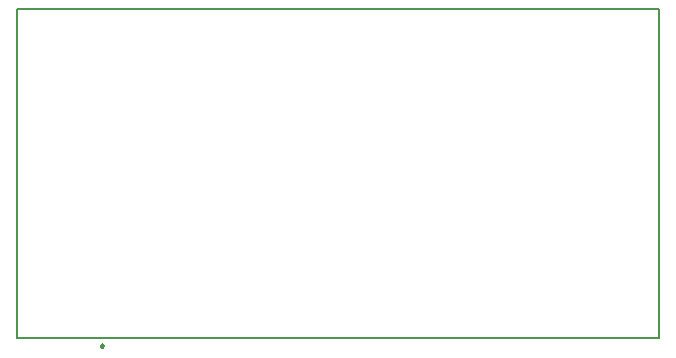
<source format=gbr>
%TF.GenerationSoftware,Altium Limited,Altium Designer,21.5.1 (32)*%
G04 Layer_Color=16711935*
%FSLAX45Y45*%
%MOMM*%
%TF.SameCoordinates,FC71FE03-DF86-4C59-A4B4-F3CCB041565B*%
%TF.FilePolarity,Positive*%
%TF.FileFunction,Other,Mechanical_13*%
%TF.Part,Single*%
G01*
G75*
%TA.AperFunction,NonConductor*%
%ADD32C,0.12700*%
%ADD33C,0.28000*%
D32*
X6822700Y4612100D02*
Y7402100D01*
X12262700D01*
Y4612100D02*
Y7402100D01*
X6822700Y4612100D02*
X12262700D01*
D33*
X7561700Y4547100D02*
G03*
X7561700Y4547100I-14000J0D01*
G01*
%TF.MD5,ea57c8b6d2508102dfe0e4976eb5ef34*%
M02*

</source>
